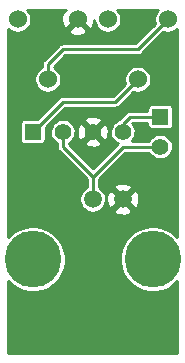
<source format=gtl>
G04 (created by PCBNEW (2013-jul-07)-stable) date Mon 27 Jan 2014 06:07:48 NZDT*
%MOIN*%
G04 Gerber Fmt 3.4, Leading zero omitted, Abs format*
%FSLAX34Y34*%
G01*
G70*
G90*
G04 APERTURE LIST*
%ADD10C,0.00590551*%
%ADD11C,0.188976*%
%ADD12C,0.0590551*%
%ADD13C,0.06*%
%ADD14R,0.055X0.055*%
%ADD15C,0.055*%
%ADD16C,0.01*%
G04 APERTURE END LIST*
G54D10*
G54D11*
X23000Y-14500D03*
X27000Y-14500D03*
G54D12*
X25000Y-12500D03*
X26000Y-12500D03*
G54D13*
X26500Y-8500D03*
X27500Y-6500D03*
X25500Y-6500D03*
X23500Y-8500D03*
X24500Y-6500D03*
X22500Y-6500D03*
G54D14*
X23000Y-10250D03*
G54D15*
X24000Y-10250D03*
X25000Y-10250D03*
X26000Y-10250D03*
G54D14*
X27250Y-9750D03*
G54D15*
X27250Y-10750D03*
G54D16*
X26000Y-10250D02*
X26000Y-10000D01*
X26250Y-9750D02*
X27250Y-9750D01*
X26000Y-10000D02*
X26250Y-9750D01*
X25000Y-11750D02*
X26000Y-10750D01*
X26000Y-10750D02*
X27250Y-10750D01*
X25000Y-12500D02*
X25000Y-11750D01*
X24000Y-10750D02*
X24000Y-10250D01*
X25000Y-11750D02*
X24000Y-10750D01*
X23000Y-10250D02*
X24000Y-9250D01*
X25750Y-9250D02*
X26500Y-8500D01*
X24000Y-9250D02*
X25750Y-9250D01*
X23500Y-8500D02*
X23500Y-8000D01*
X26500Y-7500D02*
X27500Y-6500D01*
X24000Y-7500D02*
X26500Y-7500D01*
X23500Y-8000D02*
X24000Y-7500D01*
G54D10*
G36*
X27820Y-17620D02*
X22179Y-17620D01*
X22179Y-15226D01*
X22286Y-15337D01*
X22463Y-15460D01*
X22660Y-15546D01*
X22869Y-15592D01*
X23084Y-15596D01*
X23295Y-15559D01*
X23496Y-15482D01*
X23677Y-15366D01*
X23832Y-15218D01*
X23956Y-15043D01*
X24043Y-14847D01*
X24091Y-14637D01*
X24094Y-14392D01*
X24053Y-14182D01*
X23971Y-13983D01*
X23852Y-13804D01*
X23701Y-13652D01*
X23523Y-13532D01*
X23325Y-13449D01*
X23115Y-13405D01*
X22900Y-13404D01*
X22689Y-13444D01*
X22490Y-13525D01*
X22310Y-13642D01*
X22179Y-13770D01*
X22179Y-6815D01*
X22206Y-6844D01*
X22279Y-6894D01*
X22360Y-6930D01*
X22446Y-6948D01*
X22534Y-6950D01*
X22621Y-6935D01*
X22703Y-6903D01*
X22778Y-6856D01*
X22842Y-6795D01*
X22893Y-6723D01*
X22929Y-6642D01*
X22948Y-6556D01*
X22950Y-6455D01*
X22932Y-6369D01*
X22899Y-6287D01*
X22850Y-6214D01*
X22815Y-6179D01*
X24108Y-6179D01*
X24119Y-6190D01*
X24025Y-6216D01*
X23979Y-6314D01*
X23953Y-6419D01*
X23947Y-6526D01*
X23963Y-6633D01*
X23999Y-6735D01*
X24025Y-6783D01*
X24119Y-6809D01*
X24429Y-6500D01*
X24423Y-6494D01*
X24494Y-6423D01*
X24500Y-6429D01*
X24505Y-6423D01*
X24576Y-6494D01*
X24570Y-6500D01*
X24880Y-6809D01*
X24974Y-6783D01*
X25020Y-6685D01*
X25046Y-6580D01*
X25049Y-6521D01*
X25049Y-6537D01*
X25065Y-6624D01*
X25097Y-6706D01*
X25145Y-6780D01*
X25206Y-6844D01*
X25279Y-6894D01*
X25360Y-6930D01*
X25446Y-6948D01*
X25534Y-6950D01*
X25621Y-6935D01*
X25703Y-6903D01*
X25778Y-6856D01*
X25842Y-6795D01*
X25893Y-6723D01*
X25929Y-6642D01*
X25948Y-6556D01*
X25950Y-6455D01*
X25932Y-6369D01*
X25899Y-6287D01*
X25850Y-6214D01*
X25815Y-6179D01*
X27184Y-6179D01*
X27153Y-6209D01*
X27103Y-6282D01*
X27068Y-6363D01*
X27050Y-6449D01*
X27049Y-6537D01*
X27065Y-6624D01*
X27073Y-6644D01*
X26417Y-7300D01*
X24809Y-7300D01*
X24809Y-6880D01*
X24500Y-6570D01*
X24429Y-6641D01*
X24190Y-6880D01*
X24216Y-6974D01*
X24314Y-7020D01*
X24419Y-7046D01*
X24526Y-7052D01*
X24633Y-7036D01*
X24735Y-7000D01*
X24783Y-6974D01*
X24809Y-6880D01*
X24809Y-7300D01*
X24000Y-7300D01*
X23981Y-7301D01*
X23963Y-7303D01*
X23962Y-7303D01*
X23961Y-7303D01*
X23943Y-7309D01*
X23925Y-7314D01*
X23924Y-7314D01*
X23923Y-7315D01*
X23907Y-7323D01*
X23891Y-7332D01*
X23890Y-7332D01*
X23889Y-7333D01*
X23874Y-7345D01*
X23860Y-7356D01*
X23859Y-7358D01*
X23859Y-7358D01*
X23859Y-7358D01*
X23858Y-7358D01*
X23358Y-7858D01*
X23346Y-7872D01*
X23334Y-7887D01*
X23334Y-7887D01*
X23333Y-7888D01*
X23325Y-7905D01*
X23316Y-7921D01*
X23315Y-7922D01*
X23315Y-7923D01*
X23309Y-7940D01*
X23304Y-7958D01*
X23304Y-7959D01*
X23303Y-7960D01*
X23302Y-7978D01*
X23300Y-7997D01*
X23300Y-7999D01*
X23300Y-7999D01*
X23300Y-7999D01*
X23300Y-8000D01*
X23300Y-8095D01*
X23290Y-8099D01*
X23216Y-8147D01*
X23153Y-8209D01*
X23103Y-8282D01*
X23068Y-8363D01*
X23050Y-8449D01*
X23049Y-8537D01*
X23065Y-8624D01*
X23097Y-8706D01*
X23145Y-8780D01*
X23206Y-8844D01*
X23279Y-8894D01*
X23360Y-8930D01*
X23446Y-8948D01*
X23534Y-8950D01*
X23621Y-8935D01*
X23703Y-8903D01*
X23778Y-8856D01*
X23842Y-8795D01*
X23893Y-8723D01*
X23929Y-8642D01*
X23948Y-8556D01*
X23950Y-8455D01*
X23932Y-8369D01*
X23899Y-8287D01*
X23850Y-8214D01*
X23788Y-8151D01*
X23715Y-8102D01*
X23700Y-8095D01*
X23700Y-8082D01*
X24082Y-7700D01*
X26500Y-7700D01*
X26518Y-7698D01*
X26536Y-7696D01*
X26537Y-7696D01*
X26538Y-7696D01*
X26556Y-7690D01*
X26574Y-7685D01*
X26575Y-7685D01*
X26576Y-7684D01*
X26592Y-7676D01*
X26608Y-7667D01*
X26609Y-7667D01*
X26610Y-7666D01*
X26625Y-7654D01*
X26639Y-7643D01*
X26640Y-7641D01*
X26640Y-7641D01*
X26640Y-7641D01*
X26641Y-7641D01*
X27355Y-6927D01*
X27360Y-6930D01*
X27446Y-6948D01*
X27534Y-6950D01*
X27621Y-6935D01*
X27703Y-6903D01*
X27778Y-6856D01*
X27820Y-6816D01*
X27820Y-13772D01*
X27701Y-13652D01*
X27675Y-13634D01*
X27675Y-10011D01*
X27675Y-9460D01*
X27669Y-9431D01*
X27658Y-9404D01*
X27641Y-9379D01*
X27621Y-9358D01*
X27596Y-9342D01*
X27569Y-9331D01*
X27540Y-9325D01*
X27511Y-9324D01*
X26960Y-9324D01*
X26950Y-9327D01*
X26950Y-8455D01*
X26932Y-8369D01*
X26899Y-8287D01*
X26850Y-8214D01*
X26788Y-8151D01*
X26715Y-8102D01*
X26633Y-8068D01*
X26547Y-8050D01*
X26459Y-8049D01*
X26372Y-8066D01*
X26290Y-8099D01*
X26216Y-8147D01*
X26153Y-8209D01*
X26103Y-8282D01*
X26068Y-8363D01*
X26050Y-8449D01*
X26049Y-8537D01*
X26065Y-8624D01*
X26073Y-8644D01*
X25667Y-9050D01*
X24000Y-9050D01*
X23981Y-9051D01*
X23963Y-9053D01*
X23962Y-9053D01*
X23961Y-9053D01*
X23943Y-9059D01*
X23925Y-9064D01*
X23924Y-9064D01*
X23923Y-9065D01*
X23907Y-9073D01*
X23891Y-9082D01*
X23890Y-9082D01*
X23889Y-9083D01*
X23874Y-9095D01*
X23860Y-9106D01*
X23859Y-9108D01*
X23859Y-9108D01*
X23859Y-9108D01*
X23858Y-9108D01*
X23142Y-9824D01*
X22710Y-9824D01*
X22681Y-9830D01*
X22654Y-9841D01*
X22629Y-9858D01*
X22608Y-9878D01*
X22592Y-9903D01*
X22581Y-9930D01*
X22575Y-9959D01*
X22574Y-9988D01*
X22574Y-10539D01*
X22580Y-10568D01*
X22591Y-10595D01*
X22608Y-10620D01*
X22628Y-10641D01*
X22653Y-10657D01*
X22680Y-10668D01*
X22709Y-10674D01*
X22738Y-10675D01*
X23289Y-10675D01*
X23318Y-10669D01*
X23345Y-10658D01*
X23370Y-10641D01*
X23391Y-10621D01*
X23407Y-10596D01*
X23418Y-10569D01*
X23424Y-10540D01*
X23425Y-10511D01*
X23425Y-10107D01*
X24082Y-9450D01*
X25750Y-9450D01*
X25768Y-9448D01*
X25786Y-9446D01*
X25787Y-9446D01*
X25788Y-9446D01*
X25806Y-9440D01*
X25824Y-9435D01*
X25825Y-9435D01*
X25826Y-9434D01*
X25842Y-9426D01*
X25858Y-9417D01*
X25859Y-9417D01*
X25860Y-9416D01*
X25875Y-9404D01*
X25889Y-9393D01*
X25890Y-9391D01*
X25890Y-9391D01*
X25890Y-9391D01*
X25891Y-9391D01*
X26355Y-8927D01*
X26360Y-8930D01*
X26446Y-8948D01*
X26534Y-8950D01*
X26621Y-8935D01*
X26703Y-8903D01*
X26778Y-8856D01*
X26842Y-8795D01*
X26893Y-8723D01*
X26929Y-8642D01*
X26948Y-8556D01*
X26950Y-8455D01*
X26950Y-9327D01*
X26931Y-9330D01*
X26904Y-9341D01*
X26879Y-9358D01*
X26858Y-9378D01*
X26842Y-9403D01*
X26831Y-9430D01*
X26825Y-9459D01*
X26824Y-9488D01*
X26824Y-9550D01*
X26250Y-9550D01*
X26231Y-9551D01*
X26213Y-9553D01*
X26212Y-9553D01*
X26211Y-9553D01*
X26193Y-9559D01*
X26175Y-9564D01*
X26174Y-9564D01*
X26173Y-9565D01*
X26157Y-9573D01*
X26141Y-9582D01*
X26140Y-9582D01*
X26139Y-9583D01*
X26124Y-9595D01*
X26110Y-9606D01*
X26109Y-9608D01*
X26109Y-9608D01*
X26109Y-9608D01*
X26108Y-9608D01*
X25875Y-9842D01*
X25802Y-9871D01*
X25732Y-9917D01*
X25672Y-9975D01*
X25625Y-10044D01*
X25592Y-10120D01*
X25575Y-10202D01*
X25574Y-10285D01*
X25589Y-10367D01*
X25620Y-10445D01*
X25665Y-10515D01*
X25723Y-10575D01*
X25791Y-10622D01*
X25828Y-10638D01*
X25526Y-10940D01*
X25526Y-10222D01*
X25511Y-10120D01*
X25476Y-10023D01*
X25454Y-9981D01*
X25362Y-9958D01*
X25291Y-10029D01*
X25291Y-9887D01*
X25268Y-9795D01*
X25174Y-9752D01*
X25074Y-9727D01*
X24972Y-9723D01*
X24870Y-9738D01*
X24773Y-9773D01*
X24731Y-9795D01*
X24708Y-9887D01*
X25000Y-10179D01*
X25291Y-9887D01*
X25291Y-10029D01*
X25070Y-10250D01*
X25362Y-10541D01*
X25454Y-10518D01*
X25497Y-10424D01*
X25522Y-10324D01*
X25526Y-10222D01*
X25526Y-10940D01*
X25291Y-11175D01*
X25291Y-10612D01*
X25000Y-10320D01*
X24929Y-10391D01*
X24929Y-10250D01*
X24637Y-9958D01*
X24545Y-9981D01*
X24502Y-10075D01*
X24477Y-10175D01*
X24473Y-10277D01*
X24488Y-10379D01*
X24523Y-10476D01*
X24545Y-10518D01*
X24637Y-10541D01*
X24929Y-10250D01*
X24929Y-10391D01*
X24708Y-10612D01*
X24731Y-10704D01*
X24825Y-10747D01*
X24925Y-10772D01*
X25027Y-10776D01*
X25129Y-10761D01*
X25226Y-10726D01*
X25268Y-10704D01*
X25291Y-10612D01*
X25291Y-11175D01*
X25000Y-11467D01*
X24200Y-10667D01*
X24200Y-10626D01*
X24262Y-10586D01*
X24323Y-10529D01*
X24371Y-10460D01*
X24405Y-10384D01*
X24423Y-10303D01*
X24425Y-10208D01*
X24408Y-10126D01*
X24377Y-10049D01*
X24330Y-9980D01*
X24272Y-9920D01*
X24203Y-9874D01*
X24126Y-9842D01*
X24044Y-9825D01*
X23961Y-9824D01*
X23879Y-9840D01*
X23802Y-9871D01*
X23732Y-9917D01*
X23672Y-9975D01*
X23625Y-10044D01*
X23592Y-10120D01*
X23575Y-10202D01*
X23574Y-10285D01*
X23589Y-10367D01*
X23620Y-10445D01*
X23665Y-10515D01*
X23723Y-10575D01*
X23791Y-10622D01*
X23800Y-10626D01*
X23800Y-10750D01*
X23801Y-10768D01*
X23803Y-10786D01*
X23803Y-10787D01*
X23803Y-10788D01*
X23809Y-10806D01*
X23814Y-10824D01*
X23814Y-10825D01*
X23815Y-10826D01*
X23823Y-10842D01*
X23832Y-10858D01*
X23832Y-10859D01*
X23833Y-10860D01*
X23845Y-10875D01*
X23856Y-10889D01*
X23858Y-10890D01*
X23858Y-10890D01*
X23858Y-10890D01*
X23858Y-10891D01*
X24800Y-11832D01*
X24800Y-12100D01*
X24792Y-12103D01*
X24719Y-12151D01*
X24657Y-12212D01*
X24607Y-12284D01*
X24573Y-12364D01*
X24555Y-12450D01*
X24554Y-12537D01*
X24569Y-12623D01*
X24602Y-12704D01*
X24649Y-12777D01*
X24710Y-12840D01*
X24781Y-12890D01*
X24861Y-12925D01*
X24947Y-12944D01*
X25034Y-12946D01*
X25120Y-12930D01*
X25201Y-12899D01*
X25275Y-12852D01*
X25338Y-12792D01*
X25389Y-12721D01*
X25424Y-12641D01*
X25443Y-12556D01*
X25445Y-12456D01*
X25428Y-12370D01*
X25395Y-12289D01*
X25346Y-12217D01*
X25285Y-12155D01*
X25212Y-12106D01*
X25200Y-12101D01*
X25200Y-11832D01*
X26082Y-10950D01*
X26873Y-10950D01*
X26915Y-11015D01*
X26973Y-11075D01*
X27041Y-11122D01*
X27118Y-11156D01*
X27199Y-11174D01*
X27282Y-11175D01*
X27364Y-11161D01*
X27442Y-11131D01*
X27512Y-11086D01*
X27573Y-11029D01*
X27621Y-10960D01*
X27655Y-10884D01*
X27673Y-10803D01*
X27675Y-10708D01*
X27658Y-10626D01*
X27627Y-10549D01*
X27580Y-10480D01*
X27522Y-10420D01*
X27453Y-10374D01*
X27376Y-10342D01*
X27294Y-10325D01*
X27211Y-10324D01*
X27129Y-10340D01*
X27052Y-10371D01*
X26982Y-10417D01*
X26922Y-10475D01*
X26875Y-10544D01*
X26873Y-10550D01*
X26301Y-10550D01*
X26323Y-10529D01*
X26371Y-10460D01*
X26405Y-10384D01*
X26423Y-10303D01*
X26425Y-10208D01*
X26408Y-10126D01*
X26377Y-10049D01*
X26330Y-9980D01*
X26316Y-9965D01*
X26332Y-9950D01*
X26824Y-9950D01*
X26824Y-10039D01*
X26830Y-10068D01*
X26841Y-10095D01*
X26858Y-10120D01*
X26878Y-10141D01*
X26903Y-10157D01*
X26930Y-10168D01*
X26959Y-10174D01*
X26988Y-10175D01*
X27539Y-10175D01*
X27568Y-10169D01*
X27595Y-10158D01*
X27620Y-10141D01*
X27641Y-10121D01*
X27657Y-10096D01*
X27668Y-10069D01*
X27674Y-10040D01*
X27675Y-10011D01*
X27675Y-13634D01*
X27523Y-13532D01*
X27325Y-13449D01*
X27115Y-13405D01*
X26900Y-13404D01*
X26689Y-13444D01*
X26547Y-13502D01*
X26547Y-12472D01*
X26531Y-12367D01*
X26495Y-12266D01*
X26470Y-12219D01*
X26376Y-12193D01*
X26306Y-12264D01*
X26306Y-12123D01*
X26280Y-12029D01*
X26183Y-11983D01*
X26079Y-11957D01*
X25972Y-11952D01*
X25867Y-11968D01*
X25766Y-12004D01*
X25719Y-12029D01*
X25693Y-12123D01*
X26000Y-12429D01*
X26306Y-12123D01*
X26306Y-12264D01*
X26070Y-12500D01*
X26376Y-12806D01*
X26470Y-12780D01*
X26516Y-12683D01*
X26542Y-12579D01*
X26547Y-12472D01*
X26547Y-13502D01*
X26490Y-13525D01*
X26310Y-13642D01*
X26306Y-13647D01*
X26306Y-12876D01*
X26000Y-12570D01*
X25929Y-12641D01*
X25929Y-12500D01*
X25623Y-12193D01*
X25529Y-12219D01*
X25483Y-12316D01*
X25457Y-12420D01*
X25452Y-12527D01*
X25468Y-12632D01*
X25504Y-12733D01*
X25529Y-12780D01*
X25623Y-12806D01*
X25929Y-12500D01*
X25929Y-12641D01*
X25693Y-12876D01*
X25719Y-12970D01*
X25816Y-13016D01*
X25920Y-13042D01*
X26027Y-13047D01*
X26132Y-13031D01*
X26233Y-12995D01*
X26280Y-12970D01*
X26306Y-12876D01*
X26306Y-13647D01*
X26157Y-13792D01*
X26035Y-13969D01*
X25951Y-14167D01*
X25906Y-14377D01*
X25903Y-14592D01*
X25942Y-14803D01*
X26021Y-15002D01*
X26137Y-15183D01*
X26286Y-15337D01*
X26463Y-15460D01*
X26660Y-15546D01*
X26869Y-15592D01*
X27084Y-15596D01*
X27295Y-15559D01*
X27496Y-15482D01*
X27677Y-15366D01*
X27820Y-15230D01*
X27820Y-17620D01*
X27820Y-17620D01*
G37*
G54D16*
X27820Y-17620D02*
X22179Y-17620D01*
X22179Y-15226D01*
X22286Y-15337D01*
X22463Y-15460D01*
X22660Y-15546D01*
X22869Y-15592D01*
X23084Y-15596D01*
X23295Y-15559D01*
X23496Y-15482D01*
X23677Y-15366D01*
X23832Y-15218D01*
X23956Y-15043D01*
X24043Y-14847D01*
X24091Y-14637D01*
X24094Y-14392D01*
X24053Y-14182D01*
X23971Y-13983D01*
X23852Y-13804D01*
X23701Y-13652D01*
X23523Y-13532D01*
X23325Y-13449D01*
X23115Y-13405D01*
X22900Y-13404D01*
X22689Y-13444D01*
X22490Y-13525D01*
X22310Y-13642D01*
X22179Y-13770D01*
X22179Y-6815D01*
X22206Y-6844D01*
X22279Y-6894D01*
X22360Y-6930D01*
X22446Y-6948D01*
X22534Y-6950D01*
X22621Y-6935D01*
X22703Y-6903D01*
X22778Y-6856D01*
X22842Y-6795D01*
X22893Y-6723D01*
X22929Y-6642D01*
X22948Y-6556D01*
X22950Y-6455D01*
X22932Y-6369D01*
X22899Y-6287D01*
X22850Y-6214D01*
X22815Y-6179D01*
X24108Y-6179D01*
X24119Y-6190D01*
X24025Y-6216D01*
X23979Y-6314D01*
X23953Y-6419D01*
X23947Y-6526D01*
X23963Y-6633D01*
X23999Y-6735D01*
X24025Y-6783D01*
X24119Y-6809D01*
X24429Y-6500D01*
X24423Y-6494D01*
X24494Y-6423D01*
X24500Y-6429D01*
X24505Y-6423D01*
X24576Y-6494D01*
X24570Y-6500D01*
X24880Y-6809D01*
X24974Y-6783D01*
X25020Y-6685D01*
X25046Y-6580D01*
X25049Y-6521D01*
X25049Y-6537D01*
X25065Y-6624D01*
X25097Y-6706D01*
X25145Y-6780D01*
X25206Y-6844D01*
X25279Y-6894D01*
X25360Y-6930D01*
X25446Y-6948D01*
X25534Y-6950D01*
X25621Y-6935D01*
X25703Y-6903D01*
X25778Y-6856D01*
X25842Y-6795D01*
X25893Y-6723D01*
X25929Y-6642D01*
X25948Y-6556D01*
X25950Y-6455D01*
X25932Y-6369D01*
X25899Y-6287D01*
X25850Y-6214D01*
X25815Y-6179D01*
X27184Y-6179D01*
X27153Y-6209D01*
X27103Y-6282D01*
X27068Y-6363D01*
X27050Y-6449D01*
X27049Y-6537D01*
X27065Y-6624D01*
X27073Y-6644D01*
X26417Y-7300D01*
X24809Y-7300D01*
X24809Y-6880D01*
X24500Y-6570D01*
X24429Y-6641D01*
X24190Y-6880D01*
X24216Y-6974D01*
X24314Y-7020D01*
X24419Y-7046D01*
X24526Y-7052D01*
X24633Y-7036D01*
X24735Y-7000D01*
X24783Y-6974D01*
X24809Y-6880D01*
X24809Y-7300D01*
X24000Y-7300D01*
X23981Y-7301D01*
X23963Y-7303D01*
X23962Y-7303D01*
X23961Y-7303D01*
X23943Y-7309D01*
X23925Y-7314D01*
X23924Y-7314D01*
X23923Y-7315D01*
X23907Y-7323D01*
X23891Y-7332D01*
X23890Y-7332D01*
X23889Y-7333D01*
X23874Y-7345D01*
X23860Y-7356D01*
X23859Y-7358D01*
X23859Y-7358D01*
X23859Y-7358D01*
X23858Y-7358D01*
X23358Y-7858D01*
X23346Y-7872D01*
X23334Y-7887D01*
X23334Y-7887D01*
X23333Y-7888D01*
X23325Y-7905D01*
X23316Y-7921D01*
X23315Y-7922D01*
X23315Y-7923D01*
X23309Y-7940D01*
X23304Y-7958D01*
X23304Y-7959D01*
X23303Y-7960D01*
X23302Y-7978D01*
X23300Y-7997D01*
X23300Y-7999D01*
X23300Y-7999D01*
X23300Y-7999D01*
X23300Y-8000D01*
X23300Y-8095D01*
X23290Y-8099D01*
X23216Y-8147D01*
X23153Y-8209D01*
X23103Y-8282D01*
X23068Y-8363D01*
X23050Y-8449D01*
X23049Y-8537D01*
X23065Y-8624D01*
X23097Y-8706D01*
X23145Y-8780D01*
X23206Y-8844D01*
X23279Y-8894D01*
X23360Y-8930D01*
X23446Y-8948D01*
X23534Y-8950D01*
X23621Y-8935D01*
X23703Y-8903D01*
X23778Y-8856D01*
X23842Y-8795D01*
X23893Y-8723D01*
X23929Y-8642D01*
X23948Y-8556D01*
X23950Y-8455D01*
X23932Y-8369D01*
X23899Y-8287D01*
X23850Y-8214D01*
X23788Y-8151D01*
X23715Y-8102D01*
X23700Y-8095D01*
X23700Y-8082D01*
X24082Y-7700D01*
X26500Y-7700D01*
X26518Y-7698D01*
X26536Y-7696D01*
X26537Y-7696D01*
X26538Y-7696D01*
X26556Y-7690D01*
X26574Y-7685D01*
X26575Y-7685D01*
X26576Y-7684D01*
X26592Y-7676D01*
X26608Y-7667D01*
X26609Y-7667D01*
X26610Y-7666D01*
X26625Y-7654D01*
X26639Y-7643D01*
X26640Y-7641D01*
X26640Y-7641D01*
X26640Y-7641D01*
X26641Y-7641D01*
X27355Y-6927D01*
X27360Y-6930D01*
X27446Y-6948D01*
X27534Y-6950D01*
X27621Y-6935D01*
X27703Y-6903D01*
X27778Y-6856D01*
X27820Y-6816D01*
X27820Y-13772D01*
X27701Y-13652D01*
X27675Y-13634D01*
X27675Y-10011D01*
X27675Y-9460D01*
X27669Y-9431D01*
X27658Y-9404D01*
X27641Y-9379D01*
X27621Y-9358D01*
X27596Y-9342D01*
X27569Y-9331D01*
X27540Y-9325D01*
X27511Y-9324D01*
X26960Y-9324D01*
X26950Y-9327D01*
X26950Y-8455D01*
X26932Y-8369D01*
X26899Y-8287D01*
X26850Y-8214D01*
X26788Y-8151D01*
X26715Y-8102D01*
X26633Y-8068D01*
X26547Y-8050D01*
X26459Y-8049D01*
X26372Y-8066D01*
X26290Y-8099D01*
X26216Y-8147D01*
X26153Y-8209D01*
X26103Y-8282D01*
X26068Y-8363D01*
X26050Y-8449D01*
X26049Y-8537D01*
X26065Y-8624D01*
X26073Y-8644D01*
X25667Y-9050D01*
X24000Y-9050D01*
X23981Y-9051D01*
X23963Y-9053D01*
X23962Y-9053D01*
X23961Y-9053D01*
X23943Y-9059D01*
X23925Y-9064D01*
X23924Y-9064D01*
X23923Y-9065D01*
X23907Y-9073D01*
X23891Y-9082D01*
X23890Y-9082D01*
X23889Y-9083D01*
X23874Y-9095D01*
X23860Y-9106D01*
X23859Y-9108D01*
X23859Y-9108D01*
X23859Y-9108D01*
X23858Y-9108D01*
X23142Y-9824D01*
X22710Y-9824D01*
X22681Y-9830D01*
X22654Y-9841D01*
X22629Y-9858D01*
X22608Y-9878D01*
X22592Y-9903D01*
X22581Y-9930D01*
X22575Y-9959D01*
X22574Y-9988D01*
X22574Y-10539D01*
X22580Y-10568D01*
X22591Y-10595D01*
X22608Y-10620D01*
X22628Y-10641D01*
X22653Y-10657D01*
X22680Y-10668D01*
X22709Y-10674D01*
X22738Y-10675D01*
X23289Y-10675D01*
X23318Y-10669D01*
X23345Y-10658D01*
X23370Y-10641D01*
X23391Y-10621D01*
X23407Y-10596D01*
X23418Y-10569D01*
X23424Y-10540D01*
X23425Y-10511D01*
X23425Y-10107D01*
X24082Y-9450D01*
X25750Y-9450D01*
X25768Y-9448D01*
X25786Y-9446D01*
X25787Y-9446D01*
X25788Y-9446D01*
X25806Y-9440D01*
X25824Y-9435D01*
X25825Y-9435D01*
X25826Y-9434D01*
X25842Y-9426D01*
X25858Y-9417D01*
X25859Y-9417D01*
X25860Y-9416D01*
X25875Y-9404D01*
X25889Y-9393D01*
X25890Y-9391D01*
X25890Y-9391D01*
X25890Y-9391D01*
X25891Y-9391D01*
X26355Y-8927D01*
X26360Y-8930D01*
X26446Y-8948D01*
X26534Y-8950D01*
X26621Y-8935D01*
X26703Y-8903D01*
X26778Y-8856D01*
X26842Y-8795D01*
X26893Y-8723D01*
X26929Y-8642D01*
X26948Y-8556D01*
X26950Y-8455D01*
X26950Y-9327D01*
X26931Y-9330D01*
X26904Y-9341D01*
X26879Y-9358D01*
X26858Y-9378D01*
X26842Y-9403D01*
X26831Y-9430D01*
X26825Y-9459D01*
X26824Y-9488D01*
X26824Y-9550D01*
X26250Y-9550D01*
X26231Y-9551D01*
X26213Y-9553D01*
X26212Y-9553D01*
X26211Y-9553D01*
X26193Y-9559D01*
X26175Y-9564D01*
X26174Y-9564D01*
X26173Y-9565D01*
X26157Y-9573D01*
X26141Y-9582D01*
X26140Y-9582D01*
X26139Y-9583D01*
X26124Y-9595D01*
X26110Y-9606D01*
X26109Y-9608D01*
X26109Y-9608D01*
X26109Y-9608D01*
X26108Y-9608D01*
X25875Y-9842D01*
X25802Y-9871D01*
X25732Y-9917D01*
X25672Y-9975D01*
X25625Y-10044D01*
X25592Y-10120D01*
X25575Y-10202D01*
X25574Y-10285D01*
X25589Y-10367D01*
X25620Y-10445D01*
X25665Y-10515D01*
X25723Y-10575D01*
X25791Y-10622D01*
X25828Y-10638D01*
X25526Y-10940D01*
X25526Y-10222D01*
X25511Y-10120D01*
X25476Y-10023D01*
X25454Y-9981D01*
X25362Y-9958D01*
X25291Y-10029D01*
X25291Y-9887D01*
X25268Y-9795D01*
X25174Y-9752D01*
X25074Y-9727D01*
X24972Y-9723D01*
X24870Y-9738D01*
X24773Y-9773D01*
X24731Y-9795D01*
X24708Y-9887D01*
X25000Y-10179D01*
X25291Y-9887D01*
X25291Y-10029D01*
X25070Y-10250D01*
X25362Y-10541D01*
X25454Y-10518D01*
X25497Y-10424D01*
X25522Y-10324D01*
X25526Y-10222D01*
X25526Y-10940D01*
X25291Y-11175D01*
X25291Y-10612D01*
X25000Y-10320D01*
X24929Y-10391D01*
X24929Y-10250D01*
X24637Y-9958D01*
X24545Y-9981D01*
X24502Y-10075D01*
X24477Y-10175D01*
X24473Y-10277D01*
X24488Y-10379D01*
X24523Y-10476D01*
X24545Y-10518D01*
X24637Y-10541D01*
X24929Y-10250D01*
X24929Y-10391D01*
X24708Y-10612D01*
X24731Y-10704D01*
X24825Y-10747D01*
X24925Y-10772D01*
X25027Y-10776D01*
X25129Y-10761D01*
X25226Y-10726D01*
X25268Y-10704D01*
X25291Y-10612D01*
X25291Y-11175D01*
X25000Y-11467D01*
X24200Y-10667D01*
X24200Y-10626D01*
X24262Y-10586D01*
X24323Y-10529D01*
X24371Y-10460D01*
X24405Y-10384D01*
X24423Y-10303D01*
X24425Y-10208D01*
X24408Y-10126D01*
X24377Y-10049D01*
X24330Y-9980D01*
X24272Y-9920D01*
X24203Y-9874D01*
X24126Y-9842D01*
X24044Y-9825D01*
X23961Y-9824D01*
X23879Y-9840D01*
X23802Y-9871D01*
X23732Y-9917D01*
X23672Y-9975D01*
X23625Y-10044D01*
X23592Y-10120D01*
X23575Y-10202D01*
X23574Y-10285D01*
X23589Y-10367D01*
X23620Y-10445D01*
X23665Y-10515D01*
X23723Y-10575D01*
X23791Y-10622D01*
X23800Y-10626D01*
X23800Y-10750D01*
X23801Y-10768D01*
X23803Y-10786D01*
X23803Y-10787D01*
X23803Y-10788D01*
X23809Y-10806D01*
X23814Y-10824D01*
X23814Y-10825D01*
X23815Y-10826D01*
X23823Y-10842D01*
X23832Y-10858D01*
X23832Y-10859D01*
X23833Y-10860D01*
X23845Y-10875D01*
X23856Y-10889D01*
X23858Y-10890D01*
X23858Y-10890D01*
X23858Y-10890D01*
X23858Y-10891D01*
X24800Y-11832D01*
X24800Y-12100D01*
X24792Y-12103D01*
X24719Y-12151D01*
X24657Y-12212D01*
X24607Y-12284D01*
X24573Y-12364D01*
X24555Y-12450D01*
X24554Y-12537D01*
X24569Y-12623D01*
X24602Y-12704D01*
X24649Y-12777D01*
X24710Y-12840D01*
X24781Y-12890D01*
X24861Y-12925D01*
X24947Y-12944D01*
X25034Y-12946D01*
X25120Y-12930D01*
X25201Y-12899D01*
X25275Y-12852D01*
X25338Y-12792D01*
X25389Y-12721D01*
X25424Y-12641D01*
X25443Y-12556D01*
X25445Y-12456D01*
X25428Y-12370D01*
X25395Y-12289D01*
X25346Y-12217D01*
X25285Y-12155D01*
X25212Y-12106D01*
X25200Y-12101D01*
X25200Y-11832D01*
X26082Y-10950D01*
X26873Y-10950D01*
X26915Y-11015D01*
X26973Y-11075D01*
X27041Y-11122D01*
X27118Y-11156D01*
X27199Y-11174D01*
X27282Y-11175D01*
X27364Y-11161D01*
X27442Y-11131D01*
X27512Y-11086D01*
X27573Y-11029D01*
X27621Y-10960D01*
X27655Y-10884D01*
X27673Y-10803D01*
X27675Y-10708D01*
X27658Y-10626D01*
X27627Y-10549D01*
X27580Y-10480D01*
X27522Y-10420D01*
X27453Y-10374D01*
X27376Y-10342D01*
X27294Y-10325D01*
X27211Y-10324D01*
X27129Y-10340D01*
X27052Y-10371D01*
X26982Y-10417D01*
X26922Y-10475D01*
X26875Y-10544D01*
X26873Y-10550D01*
X26301Y-10550D01*
X26323Y-10529D01*
X26371Y-10460D01*
X26405Y-10384D01*
X26423Y-10303D01*
X26425Y-10208D01*
X26408Y-10126D01*
X26377Y-10049D01*
X26330Y-9980D01*
X26316Y-9965D01*
X26332Y-9950D01*
X26824Y-9950D01*
X26824Y-10039D01*
X26830Y-10068D01*
X26841Y-10095D01*
X26858Y-10120D01*
X26878Y-10141D01*
X26903Y-10157D01*
X26930Y-10168D01*
X26959Y-10174D01*
X26988Y-10175D01*
X27539Y-10175D01*
X27568Y-10169D01*
X27595Y-10158D01*
X27620Y-10141D01*
X27641Y-10121D01*
X27657Y-10096D01*
X27668Y-10069D01*
X27674Y-10040D01*
X27675Y-10011D01*
X27675Y-13634D01*
X27523Y-13532D01*
X27325Y-13449D01*
X27115Y-13405D01*
X26900Y-13404D01*
X26689Y-13444D01*
X26547Y-13502D01*
X26547Y-12472D01*
X26531Y-12367D01*
X26495Y-12266D01*
X26470Y-12219D01*
X26376Y-12193D01*
X26306Y-12264D01*
X26306Y-12123D01*
X26280Y-12029D01*
X26183Y-11983D01*
X26079Y-11957D01*
X25972Y-11952D01*
X25867Y-11968D01*
X25766Y-12004D01*
X25719Y-12029D01*
X25693Y-12123D01*
X26000Y-12429D01*
X26306Y-12123D01*
X26306Y-12264D01*
X26070Y-12500D01*
X26376Y-12806D01*
X26470Y-12780D01*
X26516Y-12683D01*
X26542Y-12579D01*
X26547Y-12472D01*
X26547Y-13502D01*
X26490Y-13525D01*
X26310Y-13642D01*
X26306Y-13647D01*
X26306Y-12876D01*
X26000Y-12570D01*
X25929Y-12641D01*
X25929Y-12500D01*
X25623Y-12193D01*
X25529Y-12219D01*
X25483Y-12316D01*
X25457Y-12420D01*
X25452Y-12527D01*
X25468Y-12632D01*
X25504Y-12733D01*
X25529Y-12780D01*
X25623Y-12806D01*
X25929Y-12500D01*
X25929Y-12641D01*
X25693Y-12876D01*
X25719Y-12970D01*
X25816Y-13016D01*
X25920Y-13042D01*
X26027Y-13047D01*
X26132Y-13031D01*
X26233Y-12995D01*
X26280Y-12970D01*
X26306Y-12876D01*
X26306Y-13647D01*
X26157Y-13792D01*
X26035Y-13969D01*
X25951Y-14167D01*
X25906Y-14377D01*
X25903Y-14592D01*
X25942Y-14803D01*
X26021Y-15002D01*
X26137Y-15183D01*
X26286Y-15337D01*
X26463Y-15460D01*
X26660Y-15546D01*
X26869Y-15592D01*
X27084Y-15596D01*
X27295Y-15559D01*
X27496Y-15482D01*
X27677Y-15366D01*
X27820Y-15230D01*
X27820Y-17620D01*
M02*

</source>
